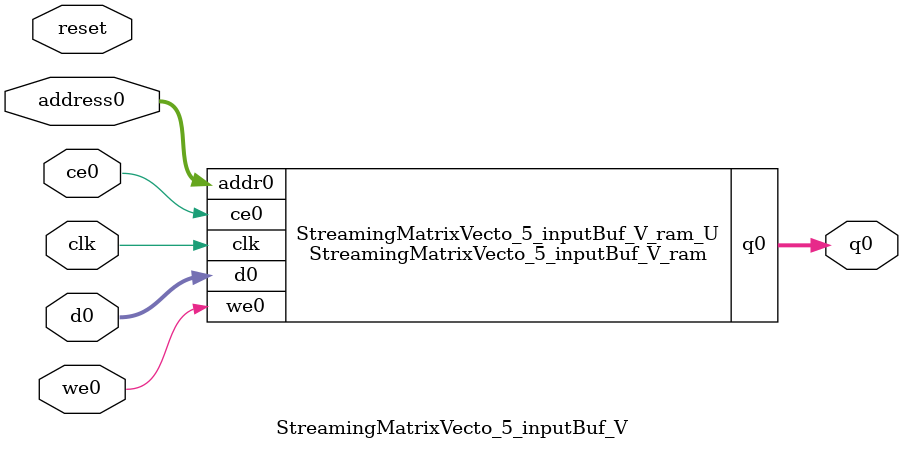
<source format=v>
`timescale 1 ns / 1 ps
module StreamingMatrixVecto_5_inputBuf_V_ram (addr0, ce0, d0, we0, q0,  clk);

parameter DWIDTH = 32;
parameter AWIDTH = 8;
parameter MEM_SIZE = 144;

input[AWIDTH-1:0] addr0;
input ce0;
input[DWIDTH-1:0] d0;
input we0;
output reg[DWIDTH-1:0] q0;
input clk;

(* ram_style = "block" *)reg [DWIDTH-1:0] ram[0:MEM_SIZE-1];




always @(posedge clk)  
begin 
    if (ce0) 
    begin
        if (we0) 
        begin 
            ram[addr0] <= d0; 
        end 
        q0 <= ram[addr0];
    end
end


endmodule

`timescale 1 ns / 1 ps
module StreamingMatrixVecto_5_inputBuf_V(
    reset,
    clk,
    address0,
    ce0,
    we0,
    d0,
    q0);

parameter DataWidth = 32'd32;
parameter AddressRange = 32'd144;
parameter AddressWidth = 32'd8;
input reset;
input clk;
input[AddressWidth - 1:0] address0;
input ce0;
input we0;
input[DataWidth - 1:0] d0;
output[DataWidth - 1:0] q0;



StreamingMatrixVecto_5_inputBuf_V_ram StreamingMatrixVecto_5_inputBuf_V_ram_U(
    .clk( clk ),
    .addr0( address0 ),
    .ce0( ce0 ),
    .we0( we0 ),
    .d0( d0 ),
    .q0( q0 ));

endmodule


</source>
